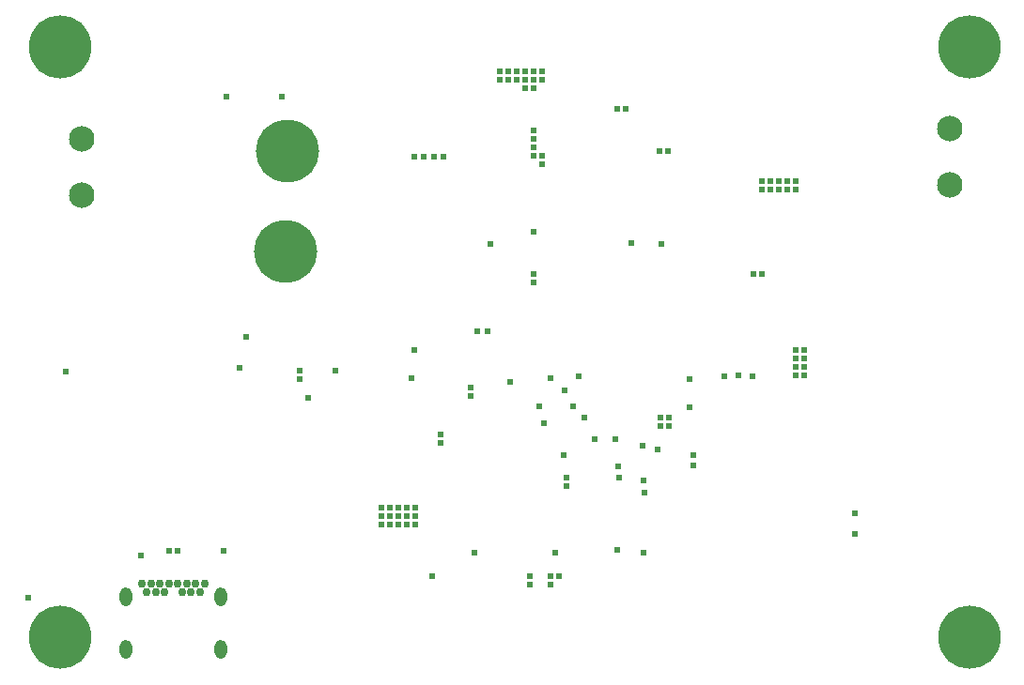
<source format=gbr>
G04*
G04 #@! TF.GenerationSoftware,Altium Limited,Altium Designer,24.2.2 (26)*
G04*
G04 Layer_Color=16711935*
%FSLAX44Y44*%
%MOMM*%
G71*
G04*
G04 #@! TF.SameCoordinates,B6E7CD46-7335-45AA-B55C-DBCC516995BC*
G04*
G04*
G04 #@! TF.FilePolarity,Negative*
G04*
G01*
G75*
%ADD83C,2.3016*%
%ADD84O,1.1016X1.7016*%
%ADD85C,0.7516*%
%ADD86O,5.7016X5.6016*%
%ADD87O,5.6016X5.7016*%
%ADD88C,0.6096*%
D83*
X1106170Y712470D02*
D03*
Y763270D02*
D03*
X323850Y754380D02*
D03*
Y703580D02*
D03*
D84*
X449480Y293790D02*
D03*
X364080D02*
D03*
Y341090D02*
D03*
X449480D02*
D03*
D85*
X402780Y352590D02*
D03*
X398780Y345590D02*
D03*
X394780Y352590D02*
D03*
X386780D02*
D03*
X378780D02*
D03*
X390780Y345590D02*
D03*
X382780D02*
D03*
X430780D02*
D03*
X422780D02*
D03*
X434780Y352590D02*
D03*
X426780D02*
D03*
X418780D02*
D03*
X414780Y345590D02*
D03*
X410780Y352590D02*
D03*
D86*
X509270Y742950D02*
D03*
X508000Y652780D02*
D03*
D87*
X304800Y304800D02*
D03*
Y836930D02*
D03*
X1123950D02*
D03*
Y304800D02*
D03*
D88*
X739140Y739140D02*
D03*
Y731520D02*
D03*
X731520Y762000D02*
D03*
Y754380D02*
D03*
Y746760D02*
D03*
Y739140D02*
D03*
X624840Y406400D02*
D03*
X806450Y383540D02*
D03*
X807720Y458470D02*
D03*
X804799Y483540D02*
D03*
X1021080Y397510D02*
D03*
Y416560D02*
D03*
X843280Y473710D02*
D03*
X830580Y445770D02*
D03*
X831290Y435163D02*
D03*
X760730Y440690D02*
D03*
Y448310D02*
D03*
X410590Y382270D02*
D03*
X402970D02*
D03*
X853440Y502920D02*
D03*
Y495300D02*
D03*
X845820Y502920D02*
D03*
Y495300D02*
D03*
X624840Y421640D02*
D03*
Y414020D02*
D03*
X617220Y421640D02*
D03*
Y414020D02*
D03*
Y406400D02*
D03*
X609600Y421640D02*
D03*
Y414020D02*
D03*
Y406400D02*
D03*
X601980Y421640D02*
D03*
Y414020D02*
D03*
Y406400D02*
D03*
X594360Y421640D02*
D03*
Y414020D02*
D03*
Y406400D02*
D03*
X727710Y351790D02*
D03*
Y359410D02*
D03*
X754380D02*
D03*
X746760D02*
D03*
Y351790D02*
D03*
X740410Y497840D02*
D03*
X759460Y527050D02*
D03*
X709930Y534670D02*
D03*
X674370Y529590D02*
D03*
Y521970D02*
D03*
X621030Y538480D02*
D03*
X623570Y563880D02*
D03*
X466090Y547370D02*
D03*
X528320Y520700D02*
D03*
X520700Y537210D02*
D03*
Y544830D02*
D03*
X472440Y575310D02*
D03*
X975360Y563880D02*
D03*
Y556260D02*
D03*
Y548640D02*
D03*
Y541020D02*
D03*
X967740Y563880D02*
D03*
Y556260D02*
D03*
Y548640D02*
D03*
Y541020D02*
D03*
X915670D02*
D03*
X967740Y716280D02*
D03*
Y708660D02*
D03*
X960120Y716280D02*
D03*
Y708660D02*
D03*
X952500Y716280D02*
D03*
Y708660D02*
D03*
X944880Y716280D02*
D03*
Y708660D02*
D03*
X937260Y716280D02*
D03*
Y708660D02*
D03*
Y632460D02*
D03*
X929640D02*
D03*
X647700Y487680D02*
D03*
Y480060D02*
D03*
X829534Y477296D02*
D03*
X758520Y468630D02*
D03*
X786753Y483556D02*
D03*
X808660Y448310D02*
D03*
X772160Y539750D02*
D03*
X746760Y538480D02*
D03*
X777240Y502920D02*
D03*
X767080Y513080D02*
D03*
X736600D02*
D03*
X650240Y737870D02*
D03*
X641350D02*
D03*
X632460D02*
D03*
X623570D02*
D03*
X692150Y659130D02*
D03*
X852170Y742950D02*
D03*
X844550D02*
D03*
X819150Y660400D02*
D03*
X814070Y781050D02*
D03*
X806450D02*
D03*
X846811Y659335D02*
D03*
X739140Y815340D02*
D03*
Y807720D02*
D03*
X731520Y815340D02*
D03*
Y807720D02*
D03*
Y800100D02*
D03*
Y670560D02*
D03*
Y632460D02*
D03*
Y624840D02*
D03*
X723900Y815340D02*
D03*
Y807720D02*
D03*
Y800100D02*
D03*
X716280Y815340D02*
D03*
Y807720D02*
D03*
X708660Y815340D02*
D03*
Y807720D02*
D03*
X701040Y815340D02*
D03*
Y807720D02*
D03*
X504490Y792780D02*
D03*
X689610Y580390D02*
D03*
X928370Y539750D02*
D03*
X872236Y537210D02*
D03*
Y512490D02*
D03*
X751078Y381254D02*
D03*
X678180D02*
D03*
X875030Y468630D02*
D03*
Y459740D02*
D03*
X902970Y539750D02*
D03*
X830580Y381000D02*
D03*
X309601Y544161D02*
D03*
X275590Y340360D02*
D03*
X640080Y359410D02*
D03*
X552450Y544830D02*
D03*
X452120Y382270D02*
D03*
X377190Y378460D02*
D03*
X680720Y580390D02*
D03*
X454660Y792480D02*
D03*
M02*

</source>
